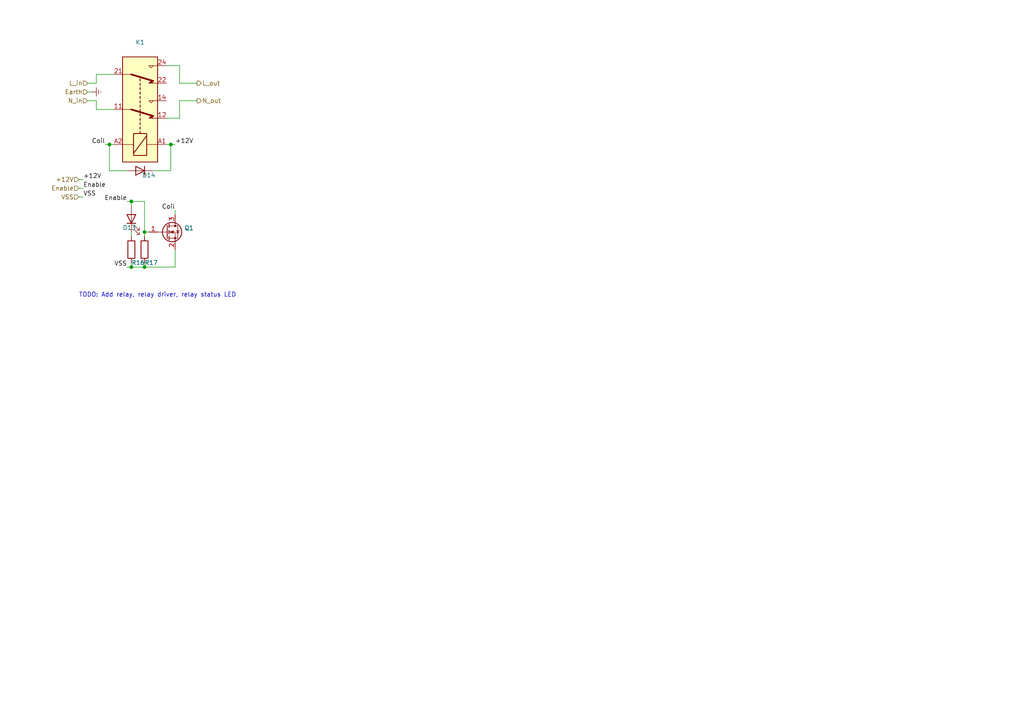
<source format=kicad_sch>
(kicad_sch (version 20211123) (generator eeschema)
  (paper "A4")
  (lib_symbols
    (symbol "Device:D" (pin_numbers hide) (pin_names (offset 1.016) hide)
      (property "Reference" "D" (at 0 2.54 0))
      (property "Value" "D" (at 0 -2.54 0))
      (symbol "D_0_1"
        (polyline (pts (xy -1.27 1.27) (xy -1.27 -1.27)) (stroke (width 0.254)))
        (polyline (pts (xy 1.27 0) (xy -1.27 0)))
        (polyline (pts (xy 1.27 1.27) (xy 1.27 -1.27) (xy -1.27 0) (xy 1.27 1.27)) (stroke (width 0.254)))
      )
      (symbol "D_1_1"
        (pin passive line (at -3.81 0 0) (length 2.54) (name "K") (number "1"))
        (pin passive line (at 3.81 0 180) (length 2.54) (name "A") (number "2"))
      )
    )
    (symbol "Device:LED" (pin_numbers hide) (pin_names (offset 1.016) hide)
      (property "Reference" "D" (at 0 2.54 0))
      (property "Value" "LED" (at 0 -2.54 0))
      (symbol "LED_0_1"
        (polyline (pts (xy -1.27 -1.27) (xy -1.27 1.27)) (stroke (width 0.254)))
        (polyline (pts (xy -1.27 0) (xy 1.27 0)))
        (polyline (pts (xy 1.27 -1.27) (xy 1.27 1.27) (xy -1.27 0) (xy 1.27 -1.27)) (stroke (width 0.254)))
        (polyline (pts (xy -3.048 -0.762) (xy -4.572 -2.286) (xy -3.81 -2.286) (xy -4.572 -2.286) (xy -4.572 -1.524)))
        (polyline (pts (xy -1.778 -0.762) (xy -3.302 -2.286) (xy -2.54 -2.286) (xy -3.302 -2.286) (xy -3.302 -1.524)))
      )
      (symbol "LED_1_1"
        (pin passive line (at -3.81 0 0) (length 2.54) (name "K") (number "1"))
        (pin passive line (at 3.81 0 180) (length 2.54) (name "A") (number "2"))
      )
    )
    (symbol "Device:Q_NMOS_GSD" (pin_names (offset 0) hide)
      (property "Reference" "Q" (at 5.08 1.27 0))
      (property "Value" "Q_NMOS_GSD" (at 5.08 -1.27 0))
      (symbol "Q_NMOS_GSD_0_1"
        (polyline (pts (xy 0.254 0) (xy -2.54 0)))
        (polyline (pts (xy 0.254 1.905) (xy 0.254 -1.905)) (stroke (width 0.254)))
        (polyline (pts (xy 0.762 -1.27) (xy 0.762 -2.286)) (stroke (width 0.254)))
        (polyline (pts (xy 0.762 0.508) (xy 0.762 -0.508)) (stroke (width 0.254)))
        (polyline (pts (xy 0.762 2.286) (xy 0.762 1.27)) (stroke (width 0.254)))
        (polyline (pts (xy 2.54 2.54) (xy 2.54 1.778)))
        (polyline (pts (xy 2.54 -2.54) (xy 2.54 0) (xy 0.762 0)))
        (polyline (pts (xy 0.762 -1.778) (xy 3.302 -1.778) (xy 3.302 1.778) (xy 0.762 1.778)))
        (polyline (pts (xy 1.016 0) (xy 2.032 0.381) (xy 2.032 -0.381) (xy 1.016 0)) (fill (type outline)))
        (polyline (pts (xy 2.794 0.508) (xy 2.921 0.381) (xy 3.683 0.381) (xy 3.81 0.254)))
        (polyline (pts (xy 3.302 0.381) (xy 2.921 -0.254) (xy 3.683 -0.254) (xy 3.302 0.381)))
        (circle (center 1.651 0) (radius 2.794) (stroke (width 0.254)))
        (circle (center 2.54 -1.778) (radius 0.254) (fill (type outline)))
        (circle (center 2.54 1.778) (radius 0.254) (fill (type outline)))
      )
      (symbol "Q_NMOS_GSD_1_1"
        (pin input line (at -5.08 0 0) (length 2.54) (name "G") (number "1"))
        (pin passive line (at 2.54 -5.08 90) (length 2.54) (name "S") (number "2"))
        (pin passive line (at 2.54 5.08 270) (length 2.54) (name "D") (number "3"))
      )
    )
    (symbol "Device:R" (pin_numbers hide) (pin_names (offset 0))
      (property "Reference" "R" (at 2.032 0 90))
      (property "Value" "R" (at 0 0 90))
      (symbol "R_0_1"
        (rectangle (start -1.016 -2.54) (end 1.016 2.54) (stroke (width 0.254)))
      )
      (symbol "R_1_1"
        (pin passive line (at 0 3.81 270) (length 1.27) (name "~") (number "1"))
        (pin passive line (at 0 -3.81 90) (length 1.27) (name "~") (number "2"))
      )
    )
    (symbol "Relay:FINDER-40.52"
      (property "Reference" "K" (at 16.51 3.81 0))
      (property "Value" "FINDER-40.52" (at 16.51 1.27 0))
      (symbol "FINDER-40.52_0_1"
        (rectangle (start -15.24 5.08) (end 15.24 -5.08) (stroke (width 0.254)) (fill (type background)))
        (rectangle (start -13.335 1.905) (end -6.985 -1.905) (stroke (width 0.254)))
        (polyline (pts (xy -12.7 -1.905) (xy -7.62 1.905)) (stroke (width 0.254)))
        (polyline (pts (xy -10.16 -5.08) (xy -10.16 -1.905)))
        (polyline (pts (xy -10.16 5.08) (xy -10.16 1.905)))
        (polyline (pts (xy -6.985 0) (xy -6.35 0)) (stroke (width 0.254)))
        (polyline (pts (xy -5.715 0) (xy -5.08 0)) (stroke (width 0.254)))
        (polyline (pts (xy -4.445 0) (xy -3.81 0)) (stroke (width 0.254)))
        (polyline (pts (xy -3.175 0) (xy -2.54 0)) (stroke (width 0.254)))
        (polyline (pts (xy -1.905 0) (xy -1.27 0)) (stroke (width 0.254)))
        (polyline (pts (xy -0.635 0) (xy 0 0)) (stroke (width 0.254)))
        (polyline (pts (xy 0 -2.54) (xy -1.905 3.81)) (stroke (width 0.508)))
        (polyline (pts (xy 0 -2.54) (xy 0 -5.08)))
        (polyline (pts (xy 0.635 0) (xy 1.27 0)) (stroke (width 0.254)))
        (polyline (pts (xy 1.905 0) (xy 2.54 0)) (stroke (width 0.254)))
        (polyline (pts (xy 3.175 0) (xy 3.81 0)) (stroke (width 0.254)))
        (polyline (pts (xy 4.445 0) (xy 5.08 0)) (stroke (width 0.254)))
        (polyline (pts (xy 5.715 0) (xy 6.35 0)) (stroke (width 0.254)))
        (polyline (pts (xy 6.985 0) (xy 7.62 0)) (stroke (width 0.254)))
        (polyline (pts (xy 8.255 0) (xy 8.89 0)) (stroke (width 0.254)))
        (polyline (pts (xy 10.16 -2.54) (xy 8.255 3.81)) (stroke (width 0.508)))
        (polyline (pts (xy 10.16 -2.54) (xy 10.16 -5.08)))
        (polyline (pts (xy -2.54 5.08) (xy -2.54 2.54) (xy -1.905 3.175) (xy -2.54 3.81)) (fill (type outline)))
        (polyline (pts (xy 2.54 5.08) (xy 2.54 2.54) (xy 1.905 3.175) (xy 2.54 3.81)))
        (polyline (pts (xy 7.62 5.08) (xy 7.62 2.54) (xy 8.255 3.175) (xy 7.62 3.81)) (fill (type outline)))
        (polyline (pts (xy 12.7 5.08) (xy 12.7 2.54) (xy 12.065 3.175) (xy 12.7 3.81)))
      )
      (symbol "FINDER-40.52_1_1"
        (pin passive line (at 0 -7.62 90) (length 2.54) (name "~") (number "11"))
        (pin passive line (at -2.54 7.62 270) (length 2.54) (name "~") (number "12"))
        (pin passive line (at 2.54 7.62 270) (length 2.54) (name "~") (number "14"))
        (pin passive line (at 10.16 -7.62 90) (length 2.54) (name "~") (number "21"))
        (pin passive line (at 7.62 7.62 270) (length 2.54) (name "~") (number "22"))
        (pin passive line (at 12.7 7.62 270) (length 2.54) (name "~") (number "24"))
        (pin passive line (at -10.16 7.62 270) (length 2.54) (name "~") (number "A1"))
        (pin passive line (at -10.16 -7.62 90) (length 2.54) (name "~") (number "A2"))
      )
    )
    (symbol "power:Earth" (power) (pin_names (offset 0))
      (symbol "Earth_0_1"
        (polyline (pts (xy -0.635 -1.905) (xy 0.635 -1.905)))
        (polyline (pts (xy -0.127 -2.54) (xy 0.127 -2.54)))
        (polyline (pts (xy 0 -1.27) (xy 0 0)))
        (polyline (pts (xy 1.27 -1.27) (xy -1.27 -1.27)))
      )
      (symbol "Earth_1_1"
        (pin power_in line (at 0 0 270) (length 0) hide (name "Earth") (number "1"))
      )
    )
  )
  (junction (at 41.91 77.47))
  (junction (at 41.91 67.31))
  (junction (at 38.1 58.42))
  (junction (at 31.75 41.91))
  (junction (at 38.1 77.47))
  (junction (at 49.53 41.91))
  (wire (pts (xy 38.1 58.42) (xy 41.91 58.42)))
  (wire (pts (xy 50.8 77.47) (xy 41.91 77.47)))
  (wire (pts (xy 38.1 67.31) (xy 38.1 68.58)))
  (wire (pts (xy 38.1 58.42) (xy 38.1 59.69)))
  (wire (pts (xy 52.07 24.13) (xy 57.15 24.13)))
  (wire (pts (xy 36.83 49.53) (xy 31.75 49.53)))
  (wire (pts (xy 38.1 77.47) (xy 41.91 77.47)))
  (wire (pts (xy 52.07 19.05) (xy 52.07 24.13)))
  (wire (pts (xy 30.48 41.91) (xy 31.75 41.91)))
  (wire (pts (xy 27.94 31.75) (xy 33.02 31.75)))
  (wire (pts (xy 24.13 57.15) (xy 22.86 57.15)))
  (wire (pts (xy 49.53 49.53) (xy 44.45 49.53)))
  (wire (pts (xy 49.53 41.91) (xy 48.26 41.91)))
  (wire (pts (xy 22.86 54.61) (xy 24.13 54.61)))
  (wire (pts (xy 27.94 21.59) (xy 33.02 21.59)))
  (wire (pts (xy 50.8 60.96) (xy 50.8 62.23)))
  (wire (pts (xy 41.91 76.2) (xy 41.91 77.47)))
  (wire (pts (xy 41.91 67.31) (xy 41.91 68.58)))
  (wire (pts (xy 25.4 24.13) (xy 27.94 24.13)))
  (wire (pts (xy 50.8 72.39) (xy 50.8 77.47)))
  (wire (pts (xy 36.83 77.47) (xy 38.1 77.47)))
  (wire (pts (xy 25.4 29.21) (xy 27.94 29.21)))
  (wire (pts (xy 49.53 41.91) (xy 49.53 49.53)))
  (wire (pts (xy 36.83 58.42) (xy 38.1 58.42)))
  (wire (pts (xy 31.75 49.53) (xy 31.75 41.91)))
  (wire (pts (xy 24.13 52.07) (xy 22.86 52.07)))
  (wire (pts (xy 50.8 41.91) (xy 49.53 41.91)))
  (wire (pts (xy 52.07 29.21) (xy 52.07 34.29)))
  (wire (pts (xy 27.94 29.21) (xy 27.94 31.75)))
  (wire (pts (xy 38.1 76.2) (xy 38.1 77.47)))
  (wire (pts (xy 26.67 26.67) (xy 25.4 26.67)))
  (wire (pts (xy 52.07 34.29) (xy 48.26 34.29)))
  (wire (pts (xy 41.91 58.42) (xy 41.91 67.31)))
  (wire (pts (xy 27.94 24.13) (xy 27.94 21.59)))
  (wire (pts (xy 48.26 19.05) (xy 52.07 19.05)))
  (wire (pts (xy 43.18 67.31) (xy 41.91 67.31)))
  (wire (pts (xy 31.75 41.91) (xy 33.02 41.91)))
  (wire (pts (xy 57.15 29.21) (xy 52.07 29.21)))
  (text "TODO: Add relay, relay driver, relay status LED" (at 22.86 86.36 0) (effects (font (size 1.27 1.27)) (justify left bottom)))
  (label "Coil" (at 50.8 60.96 180))
  (label "VSS" (at 24.13 57.15 0))
  (label "Coil" (at 30.48 41.91 180))
  (label "VSS" (at 36.83 77.47 180))
  (label "Enable" (at 24.13 54.61 0))
  (label "Enable" (at 36.83 58.42 180))
  (label "+12V" (at 50.8 41.91 0))
  (label "+12V" (at 24.13 52.07 0))
  (hierarchical_label "L_in" (shape input) (at 25.4 24.13 180))
  (hierarchical_label "N_out" (shape output) (at 57.15 29.21 0))
  (hierarchical_label "+12V" (shape input) (at 22.86 52.07 180))
  (hierarchical_label "N_in" (shape input) (at 25.4 29.21 180))
  (hierarchical_label "Earth" (shape input) (at 25.4 26.67 180))
  (hierarchical_label "L_out" (shape output) (at 57.15 24.13 0))
  (hierarchical_label "Enable" (shape input) (at 22.86 54.61 180))
  (hierarchical_label "VSS" (shape input) (at 22.86 57.15 180))
  (symbol (lib_id "Relay:FINDER-40.52") (at 40.64 31.75 270) (mirror x) (unit 1)
    (property "Reference" "K1" (at 40.64 12.2682 90))
    (property "Datasheet" "http://gfinder.findernet.com/assets/Series/353/S40EN.pdf" (effects hide))
  )
  (symbol (lib_id "power:Earth") (at 26.67 26.67 90) (unit 1)
    (property "Reference" "#PWR01" (effects hide))
  )
  (symbol (lib_id "Device:D") (at 40.64 49.53 180) (unit 1)
    (property "Reference" "D14" (at 43.18 50.8 0))
  )
  (symbol (lib_id "Device:Q_NMOS_GSD") (at 48.26 67.31 0) (unit 1)
    (property "Reference" "Q1" (at 53.4416 66.1416 0) (effects (justify left)))
  )
  (symbol (lib_id "Device:R") (at 41.91 72.39 0) (unit 1)
    (property "Reference" "R17" (at 41.91 76.2 0) (effects (justify left)))
  )
  (symbol (lib_id "Device:R") (at 38.1 72.39 0) (unit 1)
    (property "Reference" "R16" (at 38.1 76.2 0) (effects (justify left)))
  )
  (symbol (lib_id "Device:LED") (at 38.1 63.5 90) (unit 1)
    (property "Reference" "D13" (at 35.56 66.04 90) (effects (justify right)))
  )
)
</source>
